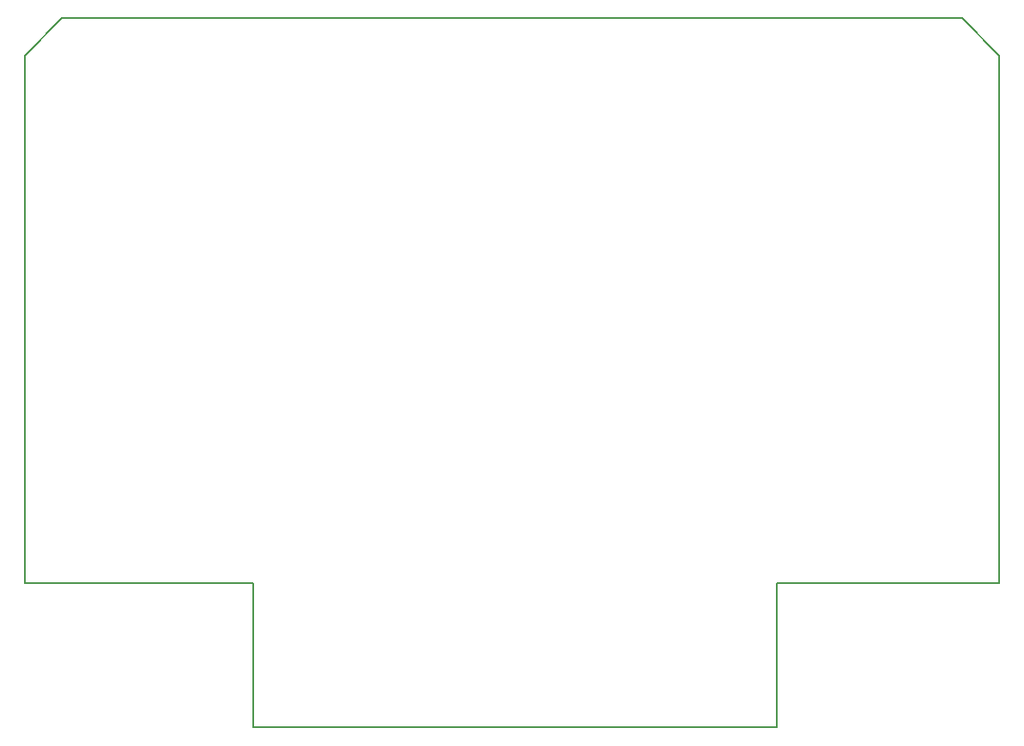
<source format=gbr>
G04 #@! TF.GenerationSoftware,KiCad,Pcbnew,7.0.10-unknown-202401271548~13fcb571f7~ubuntu23.10.1*
G04 #@! TF.CreationDate,2024-01-28T11:57:11+00:00*
G04 #@! TF.ProjectId,Dragon 32 Soak Test Cartridge,44726167-6f6e-4203-9332-20536f616b20,1.0*
G04 #@! TF.SameCoordinates,Original*
G04 #@! TF.FileFunction,Profile,NP*
%FSLAX46Y46*%
G04 Gerber Fmt 4.6, Leading zero omitted, Abs format (unit mm)*
G04 Created by KiCad (PCBNEW 7.0.10-unknown-202401271548~13fcb571f7~ubuntu23.10.1) date 2024-01-28 11:57:11*
%MOMM*%
%LPD*%
G01*
G04 APERTURE LIST*
G04 #@! TA.AperFunction,Profile*
%ADD10C,0.150000*%
G04 #@! TD*
G04 APERTURE END LIST*
D10*
X138150000Y-92400000D02*
X116205000Y-92400000D01*
X116205000Y-92400000D02*
X116205000Y-106680000D01*
X64516000Y-92400000D02*
X42050000Y-92400000D01*
X116205000Y-106680000D02*
X64516000Y-106680000D01*
X45650000Y-36650000D02*
X134450000Y-36650000D01*
X138150000Y-40350000D02*
X138150000Y-92400000D01*
X42050000Y-92400000D02*
X42050000Y-40386000D01*
X134450000Y-36650000D02*
X138150000Y-40350000D01*
X64516000Y-106680000D02*
X64516000Y-92400000D01*
X42050000Y-40386000D02*
X45650000Y-36650000D01*
M02*

</source>
